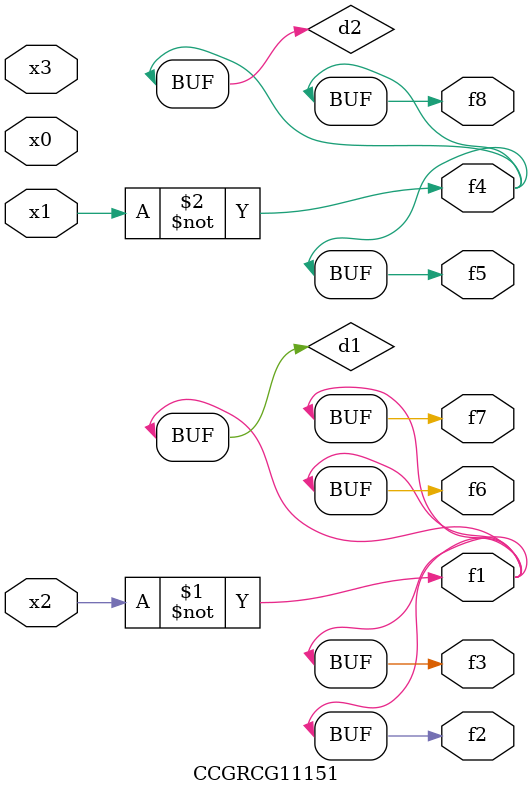
<source format=v>
module CCGRCG11151(
	input x0, x1, x2, x3,
	output f1, f2, f3, f4, f5, f6, f7, f8
);

	wire d1, d2;

	xnor (d1, x2);
	not (d2, x1);
	assign f1 = d1;
	assign f2 = d1;
	assign f3 = d1;
	assign f4 = d2;
	assign f5 = d2;
	assign f6 = d1;
	assign f7 = d1;
	assign f8 = d2;
endmodule

</source>
